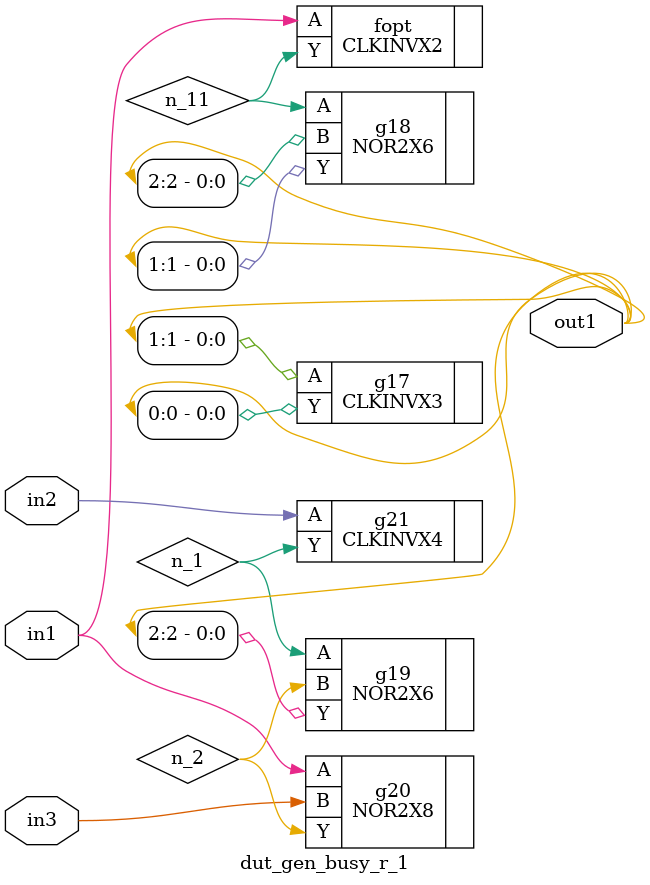
<source format=v>
`timescale 1ps / 1ps


module dut_gen_busy_r_1(in1, in2, in3, out1);
  input in1, in2, in3;
  output [2:0] out1;
  wire in1, in2, in3;
  wire [2:0] out1;
  wire n_1, n_2, n_11;
  CLKINVX3 g17(.A (out1[1]), .Y (out1[0]));
  NOR2X6 g18(.A (n_11), .B (out1[2]), .Y (out1[1]));
  NOR2X6 g19(.A (n_1), .B (n_2), .Y (out1[2]));
  NOR2X8 g20(.A (in1), .B (in3), .Y (n_2));
  CLKINVX4 g21(.A (in2), .Y (n_1));
  CLKINVX2 fopt(.A (in1), .Y (n_11));
endmodule



</source>
